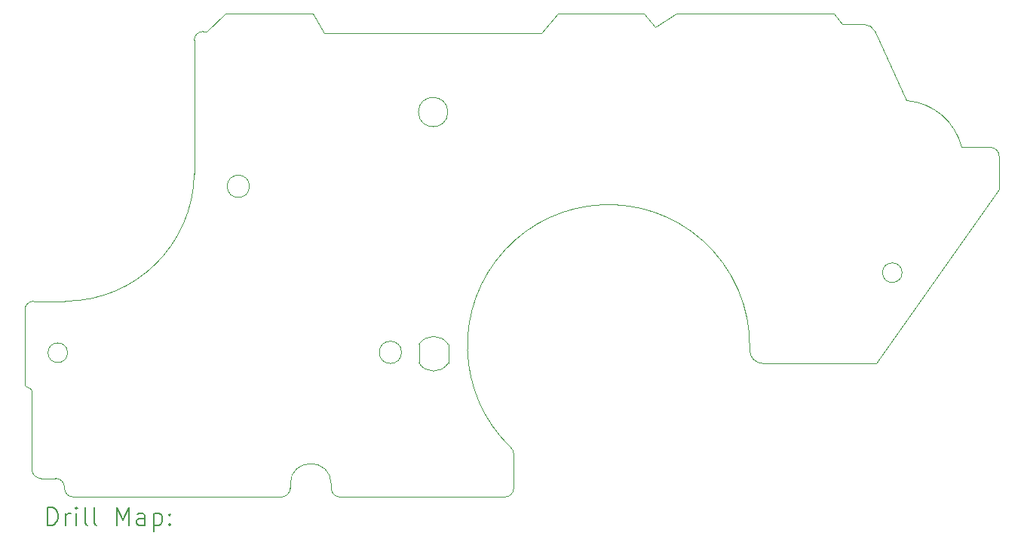
<source format=gbr>
%TF.GenerationSoftware,KiCad,Pcbnew,7.0.6*%
%TF.CreationDate,2024-03-05T17:24:46-08:00*%
%TF.ProjectId,procon_button_board,70726f63-6f6e-45f6-9275-74746f6e5f62,rev?*%
%TF.SameCoordinates,Original*%
%TF.FileFunction,Drillmap*%
%TF.FilePolarity,Positive*%
%FSLAX45Y45*%
G04 Gerber Fmt 4.5, Leading zero omitted, Abs format (unit mm)*
G04 Created by KiCad (PCBNEW 7.0.6) date 2024-03-05 17:24:46*
%MOMM*%
%LPD*%
G01*
G04 APERTURE LIST*
%ADD10C,0.100000*%
%ADD11C,0.200000*%
G04 APERTURE END LIST*
D10*
X12224800Y-13189600D02*
G75*
G03*
X12224800Y-13189600I-125000J0D01*
G01*
X14451800Y-12355600D02*
G75*
G03*
X14451800Y-12355600I-165000J0D01*
G01*
X15192802Y-16198106D02*
G75*
G03*
X15161922Y-16125842I-100003J-4D01*
G01*
X20642800Y-12851600D02*
G75*
G03*
X20542800Y-12751600I-100000J0D01*
G01*
X9882800Y-16469600D02*
X10047800Y-16469600D01*
X11604800Y-11549600D02*
X11604800Y-13049600D01*
X9702800Y-14579600D02*
X9702800Y-15415385D01*
X14457800Y-15174523D02*
X14457800Y-14966677D01*
X20222802Y-12751599D02*
G75*
G03*
X19604800Y-12226600I-672872J-165831D01*
G01*
X15192800Y-16579600D02*
X15192800Y-16198106D01*
X10147800Y-16569600D02*
G75*
G03*
X10047800Y-16469600I-100000J0D01*
G01*
X10182800Y-15058600D02*
G75*
G03*
X10182800Y-15058600I-110000J0D01*
G01*
X16654800Y-11249600D02*
X15689800Y-11249600D01*
X10147800Y-16579600D02*
G75*
G03*
X10247800Y-16679600I100000J0D01*
G01*
X17841810Y-15029600D02*
G75*
G03*
X17991813Y-15179600I150000J0D01*
G01*
X15092800Y-16679600D02*
G75*
G03*
X15192800Y-16579600I0J100000D01*
G01*
X9702805Y-15415385D02*
G75*
G03*
X9715514Y-15435957I22995J-5D01*
G01*
X15689800Y-11249600D02*
X15504800Y-11469600D01*
X9715514Y-15435957D02*
X9770086Y-15463243D01*
X12934800Y-11249600D02*
X11954800Y-11249600D01*
X11744800Y-11449600D02*
X11704800Y-11449600D01*
X10152800Y-14479600D02*
X9802800Y-14479600D01*
X13242800Y-16679600D02*
X15092800Y-16679600D01*
X14127800Y-15174523D02*
G75*
G03*
X14457800Y-15174523I165000J103923D01*
G01*
X12582800Y-16679600D02*
G75*
G03*
X12682800Y-16579600I0J100000D01*
G01*
X14127800Y-14966677D02*
X14127800Y-15174523D01*
X10247800Y-16679600D02*
X12582800Y-16679600D01*
X12682800Y-16579600D02*
X12682800Y-16534600D01*
X17841809Y-15029600D02*
G75*
G03*
X17310312Y-13795619I-1584269J49080D01*
G01*
X20542800Y-12751600D02*
X20222800Y-12751600D01*
X19552800Y-14159600D02*
G75*
G03*
X19552800Y-14159600I-110000J0D01*
G01*
X9802800Y-14479600D02*
G75*
G03*
X9702800Y-14579600I0J-100000D01*
G01*
X9782800Y-15483815D02*
X9782800Y-16369600D01*
X14457800Y-14966677D02*
G75*
G03*
X14127800Y-14966677I-165000J-103923D01*
G01*
X11954800Y-11249600D02*
X11744800Y-11449600D01*
X17310316Y-13795615D02*
G75*
G03*
X15161922Y-16125842I-1052806J-1184835D01*
G01*
X13142800Y-16534600D02*
G75*
G03*
X12682800Y-16534600I-230000J0D01*
G01*
X9782800Y-16369600D02*
G75*
G03*
X9882800Y-16469600I100000J0D01*
G01*
X9782795Y-15483815D02*
G75*
G03*
X9770086Y-15463243I-22995J5D01*
G01*
X17991813Y-15179600D02*
X19262800Y-15179600D01*
X19604800Y-12226600D02*
X19254787Y-11457470D01*
X19262800Y-15179600D02*
X20642800Y-13224600D01*
X15504800Y-11469600D02*
X13064800Y-11469600D01*
X20642800Y-13224600D02*
X20642800Y-12851600D01*
X19254788Y-11457470D02*
G75*
G03*
X19118260Y-11369600I-136528J-62130D01*
G01*
X10147800Y-16569600D02*
X10147800Y-16579600D01*
X13142800Y-16534600D02*
X13142800Y-16579600D01*
X19118260Y-11369600D02*
X18879800Y-11369600D01*
X18879800Y-11369600D02*
X18784800Y-11249600D01*
X13142800Y-16579600D02*
G75*
G03*
X13242800Y-16679600I100000J0D01*
G01*
X17019800Y-11249600D02*
X16779800Y-11399600D01*
X11704800Y-11449600D02*
G75*
G03*
X11604800Y-11549600I0J-100000D01*
G01*
X13932800Y-15054600D02*
G75*
G03*
X13932800Y-15054600I-125000J0D01*
G01*
X13064800Y-11469600D02*
X12934800Y-11249600D01*
X10152800Y-14479599D02*
G75*
G03*
X11604800Y-13049600I0J1452169D01*
G01*
X16779800Y-11399600D02*
X16654800Y-11249600D01*
X18784800Y-11249600D02*
X17019800Y-11249600D01*
D11*
X9958577Y-16996084D02*
X9958577Y-16796084D01*
X9958577Y-16796084D02*
X10006196Y-16796084D01*
X10006196Y-16796084D02*
X10034767Y-16805608D01*
X10034767Y-16805608D02*
X10053815Y-16824655D01*
X10053815Y-16824655D02*
X10063339Y-16843703D01*
X10063339Y-16843703D02*
X10072863Y-16881798D01*
X10072863Y-16881798D02*
X10072863Y-16910370D01*
X10072863Y-16910370D02*
X10063339Y-16948465D01*
X10063339Y-16948465D02*
X10053815Y-16967512D01*
X10053815Y-16967512D02*
X10034767Y-16986560D01*
X10034767Y-16986560D02*
X10006196Y-16996084D01*
X10006196Y-16996084D02*
X9958577Y-16996084D01*
X10158577Y-16996084D02*
X10158577Y-16862750D01*
X10158577Y-16900846D02*
X10168101Y-16881798D01*
X10168101Y-16881798D02*
X10177624Y-16872274D01*
X10177624Y-16872274D02*
X10196672Y-16862750D01*
X10196672Y-16862750D02*
X10215720Y-16862750D01*
X10282386Y-16996084D02*
X10282386Y-16862750D01*
X10282386Y-16796084D02*
X10272863Y-16805608D01*
X10272863Y-16805608D02*
X10282386Y-16815131D01*
X10282386Y-16815131D02*
X10291910Y-16805608D01*
X10291910Y-16805608D02*
X10282386Y-16796084D01*
X10282386Y-16796084D02*
X10282386Y-16815131D01*
X10406196Y-16996084D02*
X10387148Y-16986560D01*
X10387148Y-16986560D02*
X10377624Y-16967512D01*
X10377624Y-16967512D02*
X10377624Y-16796084D01*
X10510958Y-16996084D02*
X10491910Y-16986560D01*
X10491910Y-16986560D02*
X10482386Y-16967512D01*
X10482386Y-16967512D02*
X10482386Y-16796084D01*
X10739529Y-16996084D02*
X10739529Y-16796084D01*
X10739529Y-16796084D02*
X10806196Y-16938941D01*
X10806196Y-16938941D02*
X10872863Y-16796084D01*
X10872863Y-16796084D02*
X10872863Y-16996084D01*
X11053815Y-16996084D02*
X11053815Y-16891322D01*
X11053815Y-16891322D02*
X11044291Y-16872274D01*
X11044291Y-16872274D02*
X11025244Y-16862750D01*
X11025244Y-16862750D02*
X10987148Y-16862750D01*
X10987148Y-16862750D02*
X10968101Y-16872274D01*
X11053815Y-16986560D02*
X11034767Y-16996084D01*
X11034767Y-16996084D02*
X10987148Y-16996084D01*
X10987148Y-16996084D02*
X10968101Y-16986560D01*
X10968101Y-16986560D02*
X10958577Y-16967512D01*
X10958577Y-16967512D02*
X10958577Y-16948465D01*
X10958577Y-16948465D02*
X10968101Y-16929417D01*
X10968101Y-16929417D02*
X10987148Y-16919893D01*
X10987148Y-16919893D02*
X11034767Y-16919893D01*
X11034767Y-16919893D02*
X11053815Y-16910370D01*
X11149053Y-16862750D02*
X11149053Y-17062750D01*
X11149053Y-16872274D02*
X11168101Y-16862750D01*
X11168101Y-16862750D02*
X11206196Y-16862750D01*
X11206196Y-16862750D02*
X11225243Y-16872274D01*
X11225243Y-16872274D02*
X11234767Y-16881798D01*
X11234767Y-16881798D02*
X11244291Y-16900846D01*
X11244291Y-16900846D02*
X11244291Y-16957989D01*
X11244291Y-16957989D02*
X11234767Y-16977036D01*
X11234767Y-16977036D02*
X11225243Y-16986560D01*
X11225243Y-16986560D02*
X11206196Y-16996084D01*
X11206196Y-16996084D02*
X11168101Y-16996084D01*
X11168101Y-16996084D02*
X11149053Y-16986560D01*
X11330005Y-16977036D02*
X11339529Y-16986560D01*
X11339529Y-16986560D02*
X11330005Y-16996084D01*
X11330005Y-16996084D02*
X11320482Y-16986560D01*
X11320482Y-16986560D02*
X11330005Y-16977036D01*
X11330005Y-16977036D02*
X11330005Y-16996084D01*
X11330005Y-16872274D02*
X11339529Y-16881798D01*
X11339529Y-16881798D02*
X11330005Y-16891322D01*
X11330005Y-16891322D02*
X11320482Y-16881798D01*
X11320482Y-16881798D02*
X11330005Y-16872274D01*
X11330005Y-16872274D02*
X11330005Y-16891322D01*
M02*

</source>
